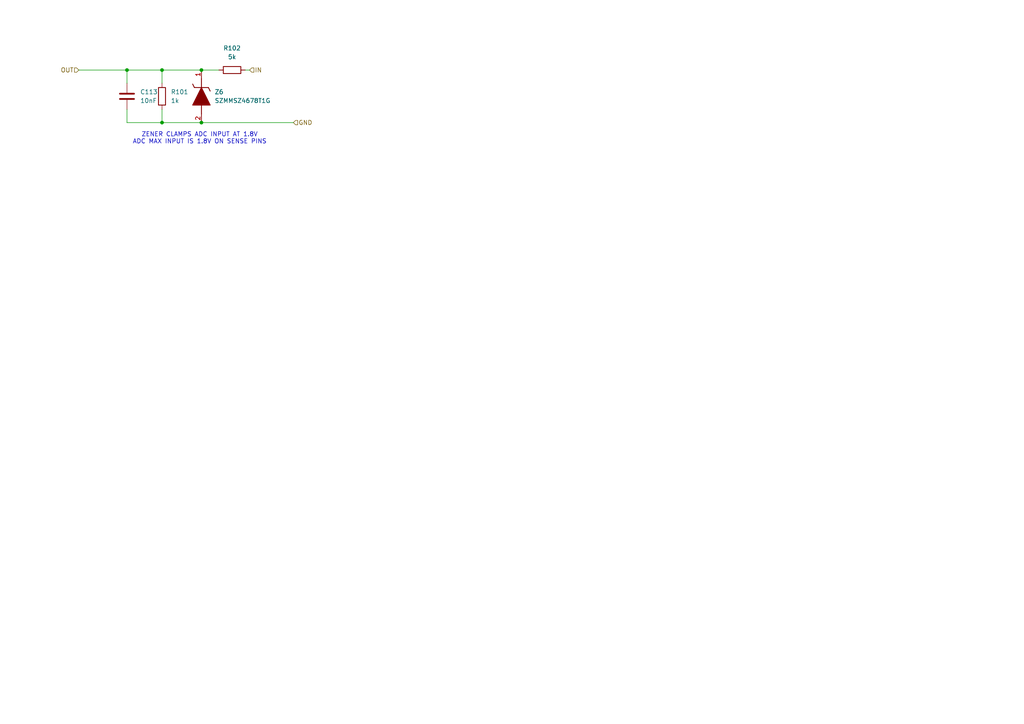
<source format=kicad_sch>
(kicad_sch (version 20250114) (generator "eeschema") (generator_version "9.0")
  (paper "A4")
  (lib_symbols
    (symbol "Device:C" (pin_numbers (hide yes)) (pin_names (offset 0.254))
      (property "Reference" "C" (at 0.635 2.54 0))
      (property "Value" "C" (at 0.635 -2.54 0))
      (symbol "C_0_1"
        (polyline (pts (xy -2.032 0.762) (xy 2.032 0.762)) (stroke (width 0.508)))
        (polyline (pts (xy -2.032 -0.762) (xy 2.032 -0.762)) (stroke (width 0.508)))
      )
      (symbol "C_1_1"
        (pin passive line (at 0 3.81 270) (length 2.794) (name "~") (number "1"))
        (pin passive line (at 0 -3.81 90) (length 2.794) (name "~") (number "2"))
      )
    )
    (symbol "Device:R" (pin_numbers (hide yes)) (pin_names (offset 0))
      (property "Reference" "R" (at 2.032 0 90))
      (property "Value" "R" (at 0 0 90))
      (symbol "R_0_1"
        (rectangle (start -1.016 -2.54) (end 1.016 2.54) (stroke (width 0.254)))
      )
      (symbol "R_1_1"
        (pin passive line (at 0 3.81 270) (length 1.27) (name "~") (number "1"))
        (pin passive line (at 0 -3.81 90) (length 1.27) (name "~") (number "2"))
      )
    )
    (symbol "InverterCom:SZMMSZ4678T1G" (pin_names (hide yes))
      (property "Reference" "Z" (at 10.16 8.89 0))
      (property "Value" "SZMMSZ4678T1G" (at 10.16 6.35 0))
      (symbol "SZMMSZ4678T1G_1_1"
        (polyline (pts (xy 2.54 0) (xy 5.08 0)) (stroke (width 0.254)))
        (polyline (pts (xy 4.064 -2.54) (xy 5.08 -2.032)) (stroke (width 0.254)))
        (polyline (pts (xy 5.08 2.032) (xy 5.08 -2.032)) (stroke (width 0.254)))
        (polyline (pts (xy 5.08 2.032) (xy 6.096 2.54)) (stroke (width 0.254)))
        (polyline (pts (xy 5.08 0) (xy 10.16 2.54) (xy 10.16 -2.54) (xy 5.08 0)) (stroke (width 0.254)) (fill (type outline)))
        (polyline (pts (xy 12.7 0) (xy 10.16 0)) (stroke (width 0.254)))
        (pin passive line (at 0 0 0) (length 2.54) (name "K") (number "1"))
        (pin passive line (at 15.24 0 180) (length 2.54) (name "A") (number "2"))
      )
    )
  )
  (text "ZENER CLAMPS ADC INPUT AT 1.8V\nADC MAX INPUT IS 1.8V ON SENSE PINS" (at 57.912 40.132 0) (effects (font (size 1.27 1.27))))
  (junction (at 36.83 20.32))
  (junction (at 58.42 35.56))
  (junction (at 46.99 35.56))
  (junction (at 58.42 20.32))
  (junction (at 46.99 20.32))
  (wire (pts (xy 46.99 35.56) (xy 58.42 35.56)))
  (wire (pts (xy 36.83 20.32) (xy 36.83 24.13)))
  (wire (pts (xy 46.99 35.56) (xy 36.83 35.56)))
  (wire (pts (xy 58.42 20.32) (xy 63.5 20.32)))
  (wire (pts (xy 46.99 20.32) (xy 46.99 24.13)))
  (wire (pts (xy 71.12 20.32) (xy 72.39 20.32)))
  (wire (pts (xy 46.99 20.32) (xy 58.42 20.32)))
  (wire (pts (xy 36.83 35.56) (xy 36.83 31.75)))
  (wire (pts (xy 58.42 35.56) (xy 85.09 35.56)))
  (wire (pts (xy 36.83 20.32) (xy 46.99 20.32)))
  (wire (pts (xy 46.99 31.75) (xy 46.99 35.56)))
  (wire (pts (xy 22.86 20.32) (xy 36.83 20.32)))
  (hierarchical_label "GND" (shape input) (at 85.09 35.56 0))
  (hierarchical_label "OUT" (shape input) (at 22.86 20.32 180))
  (hierarchical_label "IN" (shape input) (at 72.39 20.32 0))
  (symbol (lib_id "InverterCom:SZMMSZ4678T1G") (at 58.42 20.32 270) (unit 1)
    (property "Reference" "Z5" (at 62.23 26.6699 90) (effects (justify left)))
    (property "Value" "SZMMSZ4678T1G" (at 62.23 29.2099 90) (effects (justify left)))
    (property "Footprint" "InverterCom:SOD3716X135N" (effects (hide yes)))
    (property "Datasheet" "https://www.onsemi.com/pub/Collateral/MMSZ4678T1-D.PDF" (effects (hide yes)))
    (property "Description" "500 mW Rating on FR-4 or FR-5 Board; Wide Zener Reverse Voltage Range - 1.8 V to 43 V; Package Designed for Optimal Automated Board Assembly; Small Package Size for High Density Applications; ESD Rating of Class 3 (exceeding 16 kV) per the Human Body Model Mechanical Characteristics:; CASE: Void-free, transfer-molded, thermosetting plastic case; FINISH: Corrosion resistant finish, easily solderable; MAXIMUM CASE TEMPERATURE FOR SOLDERING PURPOSES: 260?C for 10 Seconds; POLARITY: Cathode indicated by polarit" (effects (hide yes)))
    (property "Height" "1.35" (effects (hide yes)))
    (property "Mouser Part Number" "863-SZMMSZ4678T1G" (effects (hide yes)))
    (property "Mouser Price/Stock" "https://www.mouser.co.uk/ProductDetail/onsemi/SZMMSZ4678T1G?qs=PJJcWtbOkNWoCp4u9L439w%3D%3D" (effects (hide yes)))
    (property "Manufacturer_Name" "onsemi" (effects (hide yes)))
    (property "Manufacturer_Part_Number" "SZMMSZ4678T1G" (effects (hide yes)))
    (instances (project "MainBoard" (path "" (reference "Z6") (unit 1)) (path "" (reference "Z8") (unit 1)) (path "" (reference "Z7") (unit 1)) (path "" (reference "Z5") (unit 1))))
  )
  (symbol (lib_id "Device:R") (at 67.31 20.32 90) (unit 1)
    (property "Reference" "R100" (at 67.31 13.97 90))
    (property "Value" "5k" (at 67.31 16.51 90))
    (property "Footprint" "Resistor_SMD:R_1210_3225Metric_Pad1.30x2.65mm_HandSolder" (effects (hide yes)))
    (property "Description" "Resistor" (effects (hide yes)))
    (instances (project "MainBoard" (path "" (reference "R102") (unit 1)) (path "" (reference "R106") (unit 1)) (path "" (reference "R104") (unit 1)) (path "" (reference "R100") (unit 1))))
  )
  (symbol (lib_id "Device:R") (at 46.99 27.94 0) (unit 1)
    (property "Reference" "R99" (at 49.53 26.6699 0) (effects (justify left)))
    (property "Value" "1k" (at 49.53 29.2099 0) (effects (justify left)))
    (property "Footprint" "Resistor_SMD:R_1210_3225Metric_Pad1.30x2.65mm_HandSolder" (effects (hide yes)))
    (property "Description" "Resistor" (effects (hide yes)))
    (instances (project "MainBoard" (path "" (reference "R101") (unit 1)) (path "" (reference "R105") (unit 1)) (path "" (reference "R103") (unit 1)) (path "" (reference "R99") (unit 1))))
  )
  (symbol (lib_id "Device:C") (at 36.83 27.94 0) (unit 1)
    (property "Reference" "C112" (at 40.64 26.6699 0) (effects (justify left)))
    (property "Value" "10nF" (at 40.64 29.21 0) (effects (justify left)))
    (property "Footprint" "Capacitor_SMD:C_1210_3225Metric_Pad1.33x2.70mm_HandSolder" (effects (hide yes)))
    (property "Description" "Unpolarized capacitor" (effects (hide yes)))
    (instances (project "MainBoard" (path "" (reference "C113") (unit 1)) (path "" (reference "C115") (unit 1)) (path "" (reference "C114") (unit 1)) (path "" (reference "C112") (unit 1))))
  )
)
</source>
